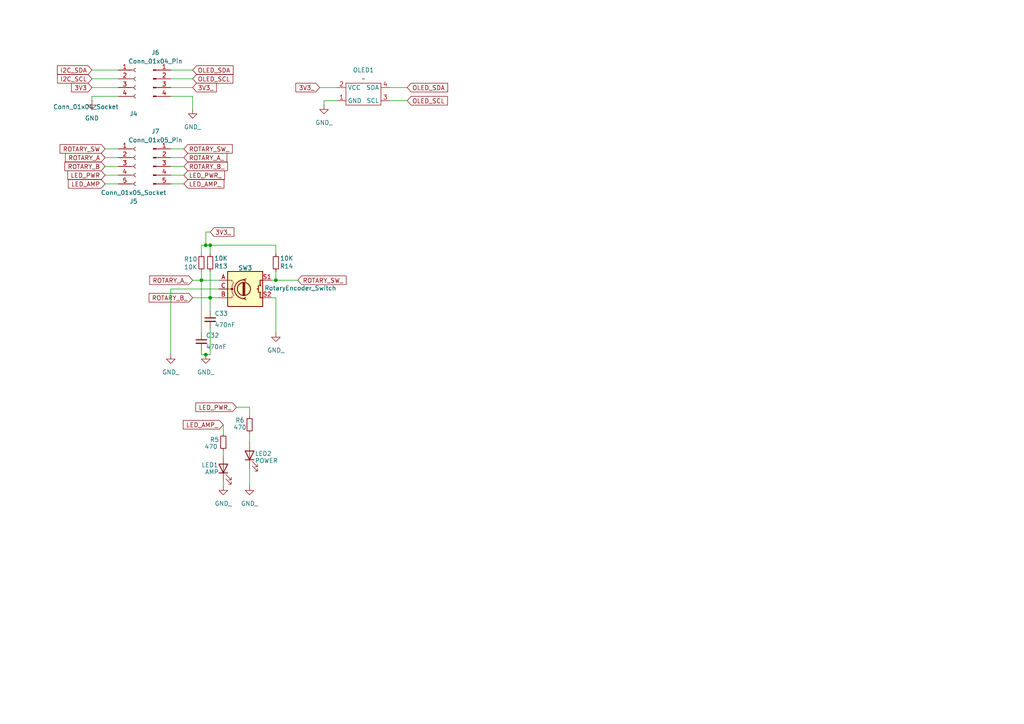
<source format=kicad_sch>
(kicad_sch (version 20231120) (generator "eeschema") (generator_version "8.0")
  (paper "A4")
  (lib_symbols
    (symbol "Connector:Conn_01x04_Pin" (pin_names (offset 1.016) hide)
      (property "Reference" "J" (at 0 5.08 0))
      (property "Value" "Conn_01x04_Pin" (at 0 -7.62 0))
      (symbol "Conn_01x04_Pin_1_1"
        (polyline (pts (xy 1.27 -5.08) (xy 0.8636 -5.08)) (stroke (width 0.1524)))
        (polyline (pts (xy 1.27 -2.54) (xy 0.8636 -2.54)) (stroke (width 0.1524)))
        (polyline (pts (xy 1.27 0) (xy 0.8636 0)) (stroke (width 0.1524)))
        (polyline (pts (xy 1.27 2.54) (xy 0.8636 2.54)) (stroke (width 0.1524)))
        (rectangle (start 0.8636 -4.953) (end 0 -5.207) (stroke (width 0.1524)) (fill (type outline)))
        (rectangle (start 0.8636 -2.413) (end 0 -2.667) (stroke (width 0.1524)) (fill (type outline)))
        (rectangle (start 0.8636 0.127) (end 0 -0.127) (stroke (width 0.1524)) (fill (type outline)))
        (rectangle (start 0.8636 2.667) (end 0 2.413) (stroke (width 0.1524)) (fill (type outline)))
        (pin passive line (at 5.08 2.54 180) (length 3.81) (name "Pin_1") (number "1"))
        (pin passive line (at 5.08 0 180) (length 3.81) (name "Pin_2") (number "2"))
        (pin passive line (at 5.08 -2.54 180) (length 3.81) (name "Pin_3") (number "3"))
        (pin passive line (at 5.08 -5.08 180) (length 3.81) (name "Pin_4") (number "4"))
      )
    )
    (symbol "Connector:Conn_01x04_Socket" (pin_names (offset 1.016) hide)
      (property "Reference" "J" (at 0 5.08 0))
      (property "Value" "Conn_01x04_Socket" (at 0 -7.62 0))
      (symbol "Conn_01x04_Socket_1_1"
        (arc (start 0 -4.572) (mid -0.5058 -5.08) (end 0 -5.588) (stroke (width 0.1524)))
        (arc (start 0 -2.032) (mid -0.5058 -2.54) (end 0 -3.048) (stroke (width 0.1524)))
        (polyline (pts (xy -1.27 -5.08) (xy -0.508 -5.08)) (stroke (width 0.1524)))
        (polyline (pts (xy -1.27 -2.54) (xy -0.508 -2.54)) (stroke (width 0.1524)))
        (polyline (pts (xy -1.27 0) (xy -0.508 0)) (stroke (width 0.1524)))
        (polyline (pts (xy -1.27 2.54) (xy -0.508 2.54)) (stroke (width 0.1524)))
        (arc (start 0 0.508) (mid -0.5058 0) (end 0 -0.508) (stroke (width 0.1524)))
        (arc (start 0 3.048) (mid -0.5058 2.54) (end 0 2.032) (stroke (width 0.1524)))
        (pin passive line (at -5.08 2.54 0) (length 3.81) (name "Pin_1") (number "1"))
        (pin passive line (at -5.08 0 0) (length 3.81) (name "Pin_2") (number "2"))
        (pin passive line (at -5.08 -2.54 0) (length 3.81) (name "Pin_3") (number "3"))
        (pin passive line (at -5.08 -5.08 0) (length 3.81) (name "Pin_4") (number "4"))
      )
    )
    (symbol "Connector:Conn_01x05_Pin" (pin_names (offset 1.016) hide)
      (property "Reference" "J" (at 0 7.62 0))
      (property "Value" "Conn_01x05_Pin" (at 0 -7.62 0))
      (symbol "Conn_01x05_Pin_1_1"
        (polyline (pts (xy 1.27 -5.08) (xy 0.8636 -5.08)) (stroke (width 0.1524)))
        (polyline (pts (xy 1.27 -2.54) (xy 0.8636 -2.54)) (stroke (width 0.1524)))
        (polyline (pts (xy 1.27 0) (xy 0.8636 0)) (stroke (width 0.1524)))
        (polyline (pts (xy 1.27 2.54) (xy 0.8636 2.54)) (stroke (width 0.1524)))
        (polyline (pts (xy 1.27 5.08) (xy 0.8636 5.08)) (stroke (width 0.1524)))
        (rectangle (start 0.8636 -4.953) (end 0 -5.207) (stroke (width 0.1524)) (fill (type outline)))
        (rectangle (start 0.8636 -2.413) (end 0 -2.667) (stroke (width 0.1524)) (fill (type outline)))
        (rectangle (start 0.8636 0.127) (end 0 -0.127) (stroke (width 0.1524)) (fill (type outline)))
        (rectangle (start 0.8636 2.667) (end 0 2.413) (stroke (width 0.1524)) (fill (type outline)))
        (rectangle (start 0.8636 5.207) (end 0 4.953) (stroke (width 0.1524)) (fill (type outline)))
        (pin passive line (at 5.08 5.08 180) (length 3.81) (name "Pin_1") (number "1"))
        (pin passive line (at 5.08 2.54 180) (length 3.81) (name "Pin_2") (number "2"))
        (pin passive line (at 5.08 0 180) (length 3.81) (name "Pin_3") (number "3"))
        (pin passive line (at 5.08 -2.54 180) (length 3.81) (name "Pin_4") (number "4"))
        (pin passive line (at 5.08 -5.08 180) (length 3.81) (name "Pin_5") (number "5"))
      )
    )
    (symbol "Connector:Conn_01x05_Socket" (pin_names (offset 1.016) hide)
      (property "Reference" "J" (at 0 7.62 0))
      (property "Value" "Conn_01x05_Socket" (at 0 -7.62 0))
      (symbol "Conn_01x05_Socket_1_1"
        (arc (start 0 -4.572) (mid -0.5058 -5.08) (end 0 -5.588) (stroke (width 0.1524)))
        (arc (start 0 -2.032) (mid -0.5058 -2.54) (end 0 -3.048) (stroke (width 0.1524)))
        (polyline (pts (xy -1.27 -5.08) (xy -0.508 -5.08)) (stroke (width 0.1524)))
        (polyline (pts (xy -1.27 -2.54) (xy -0.508 -2.54)) (stroke (width 0.1524)))
        (polyline (pts (xy -1.27 0) (xy -0.508 0)) (stroke (width 0.1524)))
        (polyline (pts (xy -1.27 2.54) (xy -0.508 2.54)) (stroke (width 0.1524)))
        (polyline (pts (xy -1.27 5.08) (xy -0.508 5.08)) (stroke (width 0.1524)))
        (arc (start 0 0.508) (mid -0.5058 0) (end 0 -0.508) (stroke (width 0.1524)))
        (arc (start 0 3.048) (mid -0.5058 2.54) (end 0 2.032) (stroke (width 0.1524)))
        (arc (start 0 5.588) (mid -0.5058 5.08) (end 0 4.572) (stroke (width 0.1524)))
        (pin passive line (at -5.08 5.08 0) (length 3.81) (name "Pin_1") (number "1"))
        (pin passive line (at -5.08 2.54 0) (length 3.81) (name "Pin_2") (number "2"))
        (pin passive line (at -5.08 0 0) (length 3.81) (name "Pin_3") (number "3"))
        (pin passive line (at -5.08 -2.54 0) (length 3.81) (name "Pin_4") (number "4"))
        (pin passive line (at -5.08 -5.08 0) (length 3.81) (name "Pin_5") (number "5"))
      )
    )
    (symbol "Device:C_Small" (pin_numbers hide) (pin_names (offset 0.254) hide)
      (property "Reference" "C" (at 0.254 1.778 0))
      (property "Value" "C_Small" (at 0.254 -2.032 0))
      (symbol "C_Small_0_1"
        (polyline (pts (xy -1.524 -0.508) (xy 1.524 -0.508)) (stroke (width 0.3302)))
        (polyline (pts (xy -1.524 0.508) (xy 1.524 0.508)) (stroke (width 0.3048)))
      )
      (symbol "C_Small_1_1"
        (pin passive line (at 0 2.54 270) (length 2.032) (name "~") (number "1"))
        (pin passive line (at 0 -2.54 90) (length 2.032) (name "~") (number "2"))
      )
    )
    (symbol "Device:LED" (pin_numbers hide) (pin_names (offset 1.016) hide)
      (property "Reference" "D" (at 0 2.54 0))
      (property "Value" "LED" (at 0 -2.54 0))
      (symbol "LED_0_1"
        (polyline (pts (xy -1.27 -1.27) (xy -1.27 1.27)) (stroke (width 0.254)))
        (polyline (pts (xy -1.27 0) (xy 1.27 0)))
        (polyline (pts (xy 1.27 -1.27) (xy 1.27 1.27) (xy -1.27 0) (xy 1.27 -1.27)) (stroke (width 0.254)))
        (polyline (pts (xy -3.048 -0.762) (xy -4.572 -2.286) (xy -3.81 -2.286) (xy -4.572 -2.286) (xy -4.572 -1.524)))
        (polyline (pts (xy -1.778 -0.762) (xy -3.302 -2.286) (xy -2.54 -2.286) (xy -3.302 -2.286) (xy -3.302 -1.524)))
      )
      (symbol "LED_1_1"
        (pin passive line (at -3.81 0 0) (length 2.54) (name "K") (number "1"))
        (pin passive line (at 3.81 0 180) (length 2.54) (name "A") (number "2"))
      )
    )
    (symbol "Device:R_Small" (pin_numbers hide) (pin_names (offset 0.254) hide)
      (property "Reference" "R" (at 0.762 0.508 0))
      (property "Value" "R_Small" (at 0.762 -1.016 0))
      (symbol "R_Small_0_1"
        (rectangle (start -0.762 1.778) (end 0.762 -1.778) (stroke (width 0.2032)))
      )
      (symbol "R_Small_1_1"
        (pin passive line (at 0 2.54 270) (length 0.762) (name "~") (number "1"))
        (pin passive line (at 0 -2.54 90) (length 0.762) (name "~") (number "2"))
      )
    )
    (symbol "Device:RotaryEncoder_Switch" (pin_names (offset 0.254) hide)
      (property "Reference" "SW" (at 0 6.604 0))
      (property "Value" "RotaryEncoder_Switch" (at 0 -6.604 0))
      (symbol "RotaryEncoder_Switch_0_1"
        (rectangle (start -5.08 5.08) (end 5.08 -5.08) (stroke (width 0.254)) (fill (type background)))
        (circle (center -3.81 0) (radius 0.254) (fill (type outline)))
        (circle (center -0.381 0) (radius 1.905) (stroke (width 0.254)))
        (arc (start -0.381 2.667) (mid -3.0988 -0.0635) (end -0.381 -2.794) (stroke (width 0.254)))
        (polyline (pts (xy -0.635 -1.778) (xy -0.635 1.778)) (stroke (width 0.254)))
        (polyline (pts (xy -0.381 -1.778) (xy -0.381 1.778)) (stroke (width 0.254)))
        (polyline (pts (xy -0.127 1.778) (xy -0.127 -1.778)) (stroke (width 0.254)))
        (polyline (pts (xy 3.81 0) (xy 3.429 0)) (stroke (width 0.254)))
        (polyline (pts (xy 3.81 1.016) (xy 3.81 -1.016)) (stroke (width 0.254)))
        (polyline (pts (xy -5.08 -2.54) (xy -3.81 -2.54) (xy -3.81 -2.032)))
        (polyline (pts (xy -5.08 2.54) (xy -3.81 2.54) (xy -3.81 2.032)))
        (polyline (pts (xy 0.254 -3.048) (xy -0.508 -2.794) (xy 0.127 -2.413)) (stroke (width 0.254)))
        (polyline (pts (xy 0.254 2.921) (xy -0.508 2.667) (xy 0.127 2.286)) (stroke (width 0.254)))
        (polyline (pts (xy 5.08 -2.54) (xy 4.318 -2.54) (xy 4.318 -1.016)) (stroke (width 0.254)))
        (polyline (pts (xy 5.08 2.54) (xy 4.318 2.54) (xy 4.318 1.016)) (stroke (width 0.254)))
        (polyline (pts (xy -5.08 0) (xy -3.81 0) (xy -3.81 -1.016) (xy -3.302 -2.032)))
        (polyline (pts (xy -4.318 0) (xy -3.81 0) (xy -3.81 1.016) (xy -3.302 2.032)))
        (circle (center 4.318 -1.016) (radius 0.127) (stroke (width 0.254)))
        (circle (center 4.318 1.016) (radius 0.127) (stroke (width 0.254)))
      )
      (symbol "RotaryEncoder_Switch_1_1"
        (pin passive line (at -7.62 2.54 0) (length 2.54) (name "A") (number "A"))
        (pin passive line (at -7.62 -2.54 0) (length 2.54) (name "B") (number "B"))
        (pin passive line (at -7.62 0 0) (length 2.54) (name "C") (number "C"))
        (pin passive line (at 7.62 2.54 180) (length 2.54) (name "S1") (number "S1"))
        (pin passive line (at 7.62 -2.54 180) (length 2.54) (name "S2") (number "S2"))
      )
    )
    (symbol "local_lbr:OLED_128_32"
      (property "Reference" "OLED" (at -2.54 5.334 0))
      (symbol "OLED_128_32_0_1"
        (rectangle (start -5.08 3.81) (end 5.08 -2.54))
      )
      (symbol "OLED_128_32_1_1"
        (pin power_in line (at -7.62 -1.27 0) (length 2.54) (name "GND") (number "1"))
        (pin power_in line (at -7.62 2.54 0) (length 2.54) (name "VCC") (number "2"))
        (pin input line (at 7.62 -1.27 180) (length 2.54) (name "SCL") (number "3"))
        (pin input line (at 7.62 2.54 180) (length 2.54) (name "SDA") (number "4"))
      )
    )
    (symbol "power:GND" (power) (pin_numbers hide) (pin_names (offset 0) hide)
      (property "Value" "GND" (at 0 -3.81 0))
      (symbol "GND_0_1"
        (polyline (pts (xy 0 0) (xy 0 -1.27) (xy 1.27 -1.27) (xy 0 -2.54) (xy -1.27 -1.27) (xy 0 -1.27)))
      )
      (symbol "GND_1_1"
        (pin power_in line (at 0 0 270) (length 0) (name "~") (number "1"))
      )
    )
  )
  (junction (at 58.42 81.28))
  (junction (at 80.01 81.28))
  (junction (at 59.69 71.12))
  (junction (at 60.96 86.36))
  (junction (at 60.96 71.12))
  (junction (at 59.69 102.87))
  (wire (pts (xy 34.29 53.34) (xy 30.48 53.34)))
  (wire (pts (xy 49.53 20.32) (xy 55.88 20.32)))
  (wire (pts (xy 34.29 20.32) (xy 26.67 20.32)))
  (wire (pts (xy 58.42 102.87) (xy 58.42 101.6)))
  (wire (pts (xy 58.42 81.28) (xy 58.42 96.52)))
  (wire (pts (xy 80.01 71.12) (xy 80.01 73.66)))
  (wire (pts (xy 26.67 27.94) (xy 26.67 29.21)))
  (wire (pts (xy 55.88 86.36) (xy 60.96 86.36)))
  (wire (pts (xy 34.29 50.8) (xy 30.48 50.8)))
  (wire (pts (xy 80.01 78.74) (xy 80.01 81.28)))
  (wire (pts (xy 64.77 139.7) (xy 64.77 140.97)))
  (wire (pts (xy 92.71 25.4) (xy 97.79 25.4)))
  (wire (pts (xy 80.01 81.28) (xy 86.36 81.28)))
  (wire (pts (xy 113.03 29.21) (xy 118.11 29.21)))
  (wire (pts (xy 60.96 95.25) (xy 60.96 102.87)))
  (wire (pts (xy 60.96 71.12) (xy 80.01 71.12)))
  (wire (pts (xy 93.98 30.48) (xy 93.98 29.21)))
  (wire (pts (xy 64.77 130.81) (xy 64.77 132.08)))
  (wire (pts (xy 72.39 118.11) (xy 68.58 118.11)))
  (wire (pts (xy 49.53 22.86) (xy 55.88 22.86)))
  (wire (pts (xy 58.42 71.12) (xy 58.42 73.66)))
  (wire (pts (xy 49.53 50.8) (xy 53.34 50.8)))
  (wire (pts (xy 55.88 31.75) (xy 55.88 27.94)))
  (wire (pts (xy 72.39 135.89) (xy 72.39 140.97)))
  (wire (pts (xy 80.01 81.28) (xy 78.74 81.28)))
  (wire (pts (xy 72.39 125.73) (xy 72.39 128.27)))
  (wire (pts (xy 58.42 81.28) (xy 63.5 81.28)))
  (wire (pts (xy 80.01 86.36) (xy 78.74 86.36)))
  (wire (pts (xy 30.48 43.18) (xy 34.29 43.18)))
  (wire (pts (xy 49.53 102.87) (xy 49.53 83.82)))
  (wire (pts (xy 34.29 25.4) (xy 26.67 25.4)))
  (wire (pts (xy 49.53 43.18) (xy 53.34 43.18)))
  (wire (pts (xy 58.42 78.74) (xy 58.42 81.28)))
  (wire (pts (xy 55.88 81.28) (xy 58.42 81.28)))
  (wire (pts (xy 60.96 71.12) (xy 59.69 71.12)))
  (wire (pts (xy 60.96 102.87) (xy 59.69 102.87)))
  (wire (pts (xy 60.96 67.31) (xy 59.69 67.31)))
  (wire (pts (xy 60.96 86.36) (xy 60.96 90.17)))
  (wire (pts (xy 30.48 48.26) (xy 34.29 48.26)))
  (wire (pts (xy 113.03 25.4) (xy 118.11 25.4)))
  (wire (pts (xy 59.69 71.12) (xy 58.42 71.12)))
  (wire (pts (xy 60.96 78.74) (xy 60.96 86.36)))
  (wire (pts (xy 30.48 45.72) (xy 34.29 45.72)))
  (wire (pts (xy 34.29 22.86) (xy 26.67 22.86)))
  (wire (pts (xy 49.53 45.72) (xy 53.34 45.72)))
  (wire (pts (xy 49.53 25.4) (xy 55.88 25.4)))
  (wire (pts (xy 60.96 86.36) (xy 63.5 86.36)))
  (wire (pts (xy 59.69 102.87) (xy 58.42 102.87)))
  (wire (pts (xy 55.88 27.94) (xy 49.53 27.94)))
  (wire (pts (xy 64.77 125.73) (xy 64.77 123.19)))
  (wire (pts (xy 59.69 67.31) (xy 59.69 71.12)))
  (wire (pts (xy 93.98 29.21) (xy 97.79 29.21)))
  (wire (pts (xy 49.53 83.82) (xy 63.5 83.82)))
  (wire (pts (xy 60.96 71.12) (xy 60.96 73.66)))
  (wire (pts (xy 49.53 53.34) (xy 53.34 53.34)))
  (wire (pts (xy 80.01 86.36) (xy 80.01 96.52)))
  (wire (pts (xy 72.39 120.65) (xy 72.39 118.11)))
  (wire (pts (xy 49.53 48.26) (xy 53.34 48.26)))
  (wire (pts (xy 26.67 27.94) (xy 34.29 27.94)))
  (global_label "OLED_SCL" (shape input) (at 55.88 22.86 0) (property "Intersheetrefs" "${INTERSHEET_REFS}" (effects (hide yes))))
  (global_label "OLED_SCL" (shape input) (at 118.11 29.21 0) (property "Intersheetrefs" "${INTERSHEET_REFS}" (effects (hide yes))))
  (global_label "ROTARY_A_" (shape input) (at 53.34 45.72 0) (property "Intersheetrefs" "${INTERSHEET_REFS}" (effects (hide yes))))
  (global_label "OLED_SDA" (shape input) (at 118.11 25.4 0) (property "Intersheetrefs" "${INTERSHEET_REFS}" (effects (hide yes))))
  (global_label "LED_AMP_" (shape input) (at 53.34 53.34 0) (property "Intersheetrefs" "${INTERSHEET_REFS}" (effects (hide yes))))
  (global_label "LED_PWR_" (shape input) (at 68.58 118.11 180) (property "Intersheetrefs" "${INTERSHEET_REFS}" (effects (hide yes))))
  (global_label "3V3_" (shape input) (at 92.71 25.4 180) (property "Intersheetrefs" "${INTERSHEET_REFS}" (effects (hide yes))))
  (global_label "ROTARY_B_" (shape input) (at 53.34 48.26 0) (property "Intersheetrefs" "${INTERSHEET_REFS}" (effects (hide yes))))
  (global_label "LED_AMP" (shape input) (at 30.48 53.34 180) (property "Intersheetrefs" "${INTERSHEET_REFS}" (effects (hide yes))))
  (global_label "ROTARY_B_" (shape input) (at 55.88 86.36 180) (property "Intersheetrefs" "${INTERSHEET_REFS}" (effects (hide yes))))
  (global_label "I2C_SCL" (shape input) (at 26.67 22.86 180) (property "Intersheetrefs" "${INTERSHEET_REFS}" (effects (hide yes))))
  (global_label "ROTARY_SW_" (shape input) (at 53.34 43.18 0) (property "Intersheetrefs" "${INTERSHEET_REFS}" (effects (hide yes))))
  (global_label "ROTARY_A" (shape input) (at 30.48 45.72 180) (property "Intersheetrefs" "${INTERSHEET_REFS}" (effects (hide yes))))
  (global_label "3V3_" (shape input) (at 55.88 25.4 0) (property "Intersheetrefs" "${INTERSHEET_REFS}" (effects (hide yes))))
  (global_label "OLED_SDA" (shape input) (at 55.88 20.32 0) (property "Intersheetrefs" "${INTERSHEET_REFS}" (effects (hide yes))))
  (global_label "ROTARY_B" (shape input) (at 30.48 48.26 180) (property "Intersheetrefs" "${INTERSHEET_REFS}" (effects (hide yes))))
  (global_label "LED_PWR" (shape input) (at 30.48 50.8 180) (property "Intersheetrefs" "${INTERSHEET_REFS}" (effects (hide yes))))
  (global_label "ROTARY_A_" (shape input) (at 55.88 81.28 180) (property "Intersheetrefs" "${INTERSHEET_REFS}" (effects (hide yes))))
  (global_label "ROTARY_SW_" (shape input) (at 86.36 81.28 0) (property "Intersheetrefs" "${INTERSHEET_REFS}" (effects (hide yes))))
  (global_label "3V3_" (shape input) (at 60.96 67.31 0) (property "Intersheetrefs" "${INTERSHEET_REFS}" (effects (hide yes))))
  (global_label "3V3" (shape input) (at 26.67 25.4 180) (property "Intersheetrefs" "${INTERSHEET_REFS}" (effects (hide yes))))
  (global_label "LED_PWR_" (shape input) (at 53.34 50.8 0) (property "Intersheetrefs" "${INTERSHEET_REFS}" (effects (hide yes))))
  (global_label "ROTARY_SW" (shape input) (at 30.48 43.18 180) (property "Intersheetrefs" "${INTERSHEET_REFS}" (effects (hide yes))))
  (global_label "LED_AMP_" (shape input) (at 64.77 123.19 180) (property "Intersheetrefs" "${INTERSHEET_REFS}" (effects (hide yes))))
  (global_label "I2C_SDA" (shape input) (at 26.67 20.32 180) (property "Intersheetrefs" "${INTERSHEET_REFS}" (effects (hide yes))))
  (symbol (lib_id "power:GND") (at 93.98 30.48 0) (unit 1)
    (property "Reference" "#PWR08" (effects (hide yes)))
    (property "Value" "GND_" (at 93.98 35.56 0))
    (property "Description" "Power symbol creates a global label with name \"GND\" , ground" (effects (hide yes)))
  )
  (symbol (lib_id "Connector:Conn_01x04_Pin") (at 44.45 22.86 0) (unit 1)
    (property "Reference" "J6" (at 45.085 15.24 0))
    (property "Value" "Conn_01x04_Pin" (at 45.085 17.78 0))
    (property "Footprint" "Connector_PinHeader_2.54mm:PinHeader_1x04_P2.54mm_Horizontal" (effects (hide yes)))
    (property "Description" "Generic connector, single row, 01x04, script generated" (effects (hide yes)))
  )
  (symbol (lib_id "Device:C_Small") (at 60.96 92.71 0) (unit 1)
    (property "Reference" "C33" (at 62.23 90.932 0) (effects (justify left)))
    (property "Value" "470nF" (at 62.23 94.234 0) (effects (justify left)))
    (property "Footprint" "Capacitor_SMD:C_0805_2012Metric_Pad1.18x1.45mm_HandSolder" (effects (hide yes)))
    (property "Description" "Unpolarized capacitor, small symbol" (effects (hide yes)))
  )
  (symbol (lib_id "power:GND") (at 49.53 102.87 0) (unit 1)
    (property "Reference" "#PWR03" (effects (hide yes)))
    (property "Value" "GND_" (at 49.53 107.95 0))
    (property "Description" "Power symbol creates a global label with name \"GND\" , ground" (effects (hide yes)))
  )
  (symbol (lib_id "power:GND") (at 59.69 102.87 0) (unit 1)
    (property "Reference" "#PWR04" (effects (hide yes)))
    (property "Value" "GND_" (at 59.69 107.95 0))
    (property "Description" "Power symbol creates a global label with name \"GND\" , ground" (effects (hide yes)))
  )
  (symbol (lib_id "Connector:Conn_01x05_Pin") (at 44.45 48.26 0) (unit 1)
    (property "Reference" "J7" (at 45.085 38.1 0))
    (property "Value" "Conn_01x05_Pin" (at 45.085 40.64 0))
    (property "Footprint" "Connector_PinHeader_2.54mm:PinHeader_1x05_P2.54mm_Horizontal" (effects (hide yes)))
    (property "Description" "Generic connector, single row, 01x05, script generated" (effects (hide yes)))
  )
  (symbol (lib_id "power:GND") (at 26.67 29.21 0) (unit 1)
    (property "Reference" "#PWR06" (effects (hide yes)))
    (property "Value" "GND" (at 26.67 34.29 0))
    (property "Description" "Power symbol creates a global label with name \"GND\" , ground" (effects (hide yes)))
  )
  (symbol (lib_id "Device:LED") (at 64.77 135.89 90) (unit 1)
    (property "Reference" "LED1" (at 58.42 134.874 90) (effects (justify right)))
    (property "Value" "AMP" (at 59.436 136.906 90) (effects (justify right)))
    (property "Footprint" "LED_SMD:LED_0805_2012Metric_Pad1.15x1.40mm_HandSolder" (effects (hide yes)))
    (property "Description" "Light emitting diode" (effects (hide yes)))
  )
  (symbol (lib_id "Connector:Conn_01x04_Socket") (at 39.37 22.86 0) (unit 1)
    (property "Reference" "J4" (at 38.735 33.02 0))
    (property "Value" "Conn_01x04_Socket" (at 24.892 30.988 0))
    (property "Footprint" "Connector_PinSocket_2.54mm:PinSocket_1x04_P2.54mm_Vertical" (effects (hide yes)))
    (property "Description" "Generic connector, single row, 01x04, script generated" (effects (hide yes)))
  )
  (symbol (lib_id "power:GND") (at 64.77 140.97 0) (unit 1)
    (property "Reference" "#PWR01" (effects (hide yes)))
    (property "Value" "GND_" (at 64.77 146.05 0))
    (property "Description" "Power symbol creates a global label with name \"GND\" , ground" (effects (hide yes)))
  )
  (symbol (lib_id "Device:R_Small") (at 80.01 76.2 180) (unit 1)
    (property "Reference" "R14" (at 85.09 77.216 0) (effects (justify left)))
    (property "Value" "10K" (at 85.09 74.93 0) (effects (justify left)))
    (property "Footprint" "Resistor_SMD:R_0805_2012Metric_Pad1.20x1.40mm_HandSolder" (effects (hide yes)))
    (property "Description" "Resistor, small symbol" (effects (hide yes)))
  )
  (symbol (lib_id "power:GND") (at 55.88 31.75 0) (unit 1)
    (property "Reference" "#PWR07" (effects (hide yes)))
    (property "Value" "GND_" (at 55.88 36.83 0))
    (property "Description" "Power symbol creates a global label with name \"GND\" , ground" (effects (hide yes)))
  )
  (symbol (lib_id "power:GND") (at 72.39 140.97 0) (unit 1)
    (property "Reference" "#PWR02" (effects (hide yes)))
    (property "Value" "GND_" (at 72.39 146.05 0))
    (property "Description" "Power symbol creates a global label with name \"GND\" , ground" (effects (hide yes)))
  )
  (symbol (lib_id "Device:LED") (at 72.39 132.08 90) (unit 1)
    (property "Reference" "LED2" (at 73.914 131.572 90) (effects (justify right)))
    (property "Value" "POWER" (at 73.914 133.604 90) (effects (justify right)))
    (property "Footprint" "LED_SMD:LED_0805_2012Metric_Pad1.15x1.40mm_HandSolder" (effects (hide yes)))
    (property "Description" "Light emitting diode" (effects (hide yes)))
  )
  (symbol (lib_id "Connector:Conn_01x05_Socket") (at 39.37 48.26 0) (unit 1)
    (property "Reference" "J5" (at 38.735 58.42 0))
    (property "Value" "Conn_01x05_Socket" (at 38.735 55.88 0))
    (property "Footprint" "Connector_PinSocket_2.54mm:PinSocket_1x05_P2.54mm_Vertical" (effects (hide yes)))
    (property "Description" "Generic connector, single row, 01x05, script generated" (effects (hide yes)))
  )
  (symbol (lib_id "Device:R_Small") (at 60.96 76.2 180) (unit 1)
    (property "Reference" "R13" (at 66.04 77.216 0) (effects (justify left)))
    (property "Value" "10K" (at 66.04 74.93 0) (effects (justify left)))
    (property "Footprint" "Resistor_SMD:R_0805_2012Metric_Pad1.20x1.40mm_HandSolder" (effects (hide yes)))
    (property "Description" "Resistor, small symbol" (effects (hide yes)))
  )
  (symbol (lib_id "local_lbr:OLED_128_32") (at 105.41 27.94 0) (unit 1)
    (property "Reference" "OLED1" (at 105.41 20.32 0))
    (property "Value" "~" (at 105.41 22.86 0))
    (property "Footprint" "local_lbr:OLED_128_32" (effects (hide yes)))
  )
  (symbol (lib_id "Device:R_Small") (at 58.42 76.2 0) (unit 1)
    (property "Reference" "R10" (at 53.34 75.184 0) (effects (justify left)))
    (property "Value" "10K" (at 53.34 77.47 0) (effects (justify left)))
    (property "Footprint" "Resistor_SMD:R_0805_2012Metric_Pad1.20x1.40mm_HandSolder" (effects (hide yes)))
    (property "Description" "Resistor, small symbol" (effects (hide yes)))
  )
  (symbol (lib_id "Device:R_Small") (at 64.77 128.27 180) (unit 1)
    (property "Reference" "R5" (at 62.23 127.508 0))
    (property "Value" "470" (at 61.214 129.54 0))
    (property "Footprint" "Resistor_SMD:R_0805_2012Metric_Pad1.20x1.40mm_HandSolder" (effects (hide yes)))
    (property "Description" "Resistor, small symbol" (effects (hide yes)))
  )
  (symbol (lib_id "Device:R_Small") (at 72.39 123.19 180) (unit 1)
    (property "Reference" "R6" (at 69.596 121.92 0))
    (property "Value" "470" (at 69.596 123.952 0))
    (property "Footprint" "Resistor_SMD:R_0805_2012Metric_Pad1.20x1.40mm_HandSolder" (effects (hide yes)))
    (property "Description" "Resistor, small symbol" (effects (hide yes)))
  )
  (symbol (lib_id "Device:RotaryEncoder_Switch") (at 71.12 83.82 0) (unit 1)
    (property "Reference" "SW3" (at 71.12 77.724 0))
    (property "Value" "RotaryEncoder_Switch" (at 87.122 83.566 0))
    (property "Footprint" "Rotary_Encoder:RotaryEncoder_Alps_EC11E-Switch_Vertical_H20mm" (effects (hide yes)))
    (property "Description" "Rotary encoder, dual channel, incremental quadrate outputs, with switch" (effects (hide yes)))
  )
  (symbol (lib_id "Device:C_Small") (at 58.42 99.06 0) (unit 1)
    (property "Reference" "C32" (at 59.69 97.282 0) (effects (justify left)))
    (property "Value" "470nF" (at 59.69 100.584 0) (effects (justify left)))
    (property "Footprint" "Capacitor_SMD:C_0805_2012Metric_Pad1.18x1.45mm_HandSolder" (effects (hide yes)))
    (property "Description" "Unpolarized capacitor, small symbol" (effects (hide yes)))
  )
  (symbol (lib_id "power:GND") (at 80.01 96.52 0) (unit 1)
    (property "Reference" "#PWR05" (effects (hide yes)))
    (property "Value" "GND_" (at 80.01 101.6 0))
    (property "Description" "Power symbol creates a global label with name \"GND\" , ground" (effects (hide yes)))
  )
)
</source>
